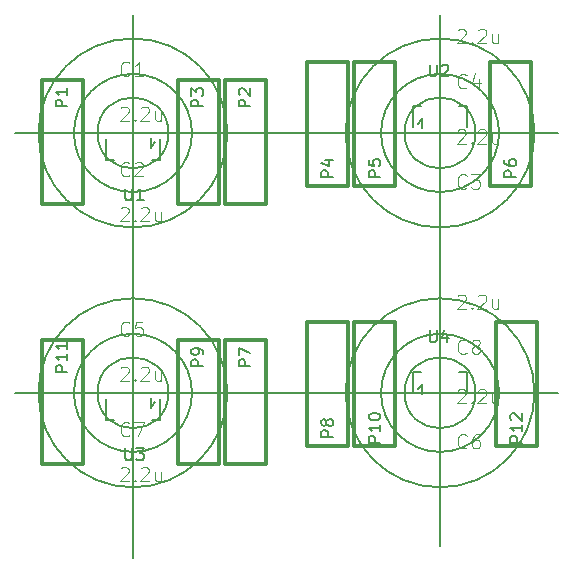
<source format=gbr>
G04 #@! TF.FileFunction,Legend,Top*
%FSLAX46Y46*%
G04 Gerber Fmt 4.6, Leading zero omitted, Abs format (unit mm)*
G04 Created by KiCad (PCBNEW 4.0.7) date 09/30/17 11:32:34*
%MOMM*%
%LPD*%
G01*
G04 APERTURE LIST*
%ADD10C,0.100000*%
%ADD11C,0.200000*%
%ADD12C,0.300000*%
%ADD13C,0.150000*%
%ADD14C,0.101600*%
G04 APERTURE END LIST*
D10*
D11*
X44000000Y-32000000D02*
G75*
G03X44000000Y-32000000I-8000000J0D01*
G01*
X41000000Y-32000000D02*
G75*
G03X41000000Y-32000000I-5000000J0D01*
G01*
X39000000Y-32000000D02*
G75*
G03X39000000Y-32000000I-3000000J0D01*
G01*
X18000000Y-32000000D02*
G75*
G03X18000000Y-32000000I-8000000J0D01*
G01*
X15000000Y-32000000D02*
G75*
G03X15000000Y-32000000I-5000000J0D01*
G01*
X13000000Y-32000000D02*
G75*
G03X13000000Y-32000000I-3000000J0D01*
G01*
X46000000Y-32000000D02*
X0Y-32000000D01*
X46000000Y-10000000D02*
X0Y-10000000D01*
X36000000Y-20000000D02*
X36000000Y-45000000D01*
X10000000Y-20000000D02*
X10000000Y-46000000D01*
X39000000Y-10000000D02*
G75*
G03X39000000Y-10000000I-3000000J0D01*
G01*
X13000000Y-10000000D02*
G75*
G03X13000000Y-10000000I-3000000J0D01*
G01*
X41000000Y-10000000D02*
G75*
G03X41000000Y-10000000I-5000000J0D01*
G01*
X15000000Y-10000000D02*
G75*
G03X15000000Y-10000000I-5000000J0D01*
G01*
X44000000Y-10000000D02*
G75*
G03X44000000Y-10000000I-8000000J0D01*
G01*
X18000000Y-10000000D02*
G75*
G03X18000000Y-10000000I-8000000J0D01*
G01*
X10000000Y0D02*
X10000000Y-20000000D01*
X36000000Y0D02*
X36000000Y-20000000D01*
D12*
X5800000Y-5500000D02*
X5800000Y-16000000D01*
X5800000Y-16000000D02*
X2300000Y-16000000D01*
X2300000Y-16000000D02*
X2300000Y-5500000D01*
X2300000Y-5500000D02*
X5800000Y-5500000D01*
X21300000Y-5500000D02*
X21300000Y-16000000D01*
X21300000Y-16000000D02*
X17800000Y-16000000D01*
X17800000Y-16000000D02*
X17800000Y-5500000D01*
X17800000Y-5500000D02*
X21300000Y-5500000D01*
X17300000Y-5500000D02*
X17300000Y-16000000D01*
X17300000Y-16000000D02*
X13800000Y-16000000D01*
X13800000Y-16000000D02*
X13800000Y-5500000D01*
X13800000Y-5500000D02*
X17300000Y-5500000D01*
D13*
X11899920Y-10799340D02*
X11651000Y-11099060D01*
X11651000Y-11099060D02*
X11549400Y-11248920D01*
X11549400Y-11248920D02*
X11549400Y-10400560D01*
X12250440Y-12300480D02*
X12250440Y-10499620D01*
X12250440Y-12300480D02*
X11600200Y-12300480D01*
X7749560Y-12300480D02*
X7749560Y-10499620D01*
X7749560Y-12300480D02*
X8399800Y-12300480D01*
D12*
X24700000Y-14500000D02*
X24700000Y-4000000D01*
X24700000Y-4000000D02*
X28200000Y-4000000D01*
X28200000Y-4000000D02*
X28200000Y-14500000D01*
X28200000Y-14500000D02*
X24700000Y-14500000D01*
X28700000Y-14500000D02*
X28700000Y-4000000D01*
X28700000Y-4000000D02*
X32200000Y-4000000D01*
X32200000Y-4000000D02*
X32200000Y-14500000D01*
X32200000Y-14500000D02*
X28700000Y-14500000D01*
X40200000Y-14500000D02*
X40200000Y-4000000D01*
X40200000Y-4000000D02*
X43700000Y-4000000D01*
X43700000Y-4000000D02*
X43700000Y-14500000D01*
X43700000Y-14500000D02*
X40200000Y-14500000D01*
D13*
X34100080Y-9200660D02*
X34349000Y-8900940D01*
X34349000Y-8900940D02*
X34450600Y-8751080D01*
X34450600Y-8751080D02*
X34450600Y-9599440D01*
X33749560Y-7699520D02*
X33749560Y-9500380D01*
X33749560Y-7699520D02*
X34399800Y-7699520D01*
X38250440Y-7699520D02*
X38250440Y-9500380D01*
X38250440Y-7699520D02*
X37600200Y-7699520D01*
D12*
X21300000Y-27500000D02*
X21300000Y-38000000D01*
X21300000Y-38000000D02*
X17800000Y-38000000D01*
X17800000Y-38000000D02*
X17800000Y-27500000D01*
X17800000Y-27500000D02*
X21300000Y-27500000D01*
X24700000Y-36500000D02*
X24700000Y-26000000D01*
X24700000Y-26000000D02*
X28200000Y-26000000D01*
X28200000Y-26000000D02*
X28200000Y-36500000D01*
X28200000Y-36500000D02*
X24700000Y-36500000D01*
X17300000Y-27500000D02*
X17300000Y-38000000D01*
X17300000Y-38000000D02*
X13800000Y-38000000D01*
X13800000Y-38000000D02*
X13800000Y-27500000D01*
X13800000Y-27500000D02*
X17300000Y-27500000D01*
X28700000Y-36500000D02*
X28700000Y-26000000D01*
X28700000Y-26000000D02*
X32200000Y-26000000D01*
X32200000Y-26000000D02*
X32200000Y-36500000D01*
X32200000Y-36500000D02*
X28700000Y-36500000D01*
X5800000Y-27500000D02*
X5800000Y-38000000D01*
X5800000Y-38000000D02*
X2300000Y-38000000D01*
X2300000Y-38000000D02*
X2300000Y-27500000D01*
X2300000Y-27500000D02*
X5800000Y-27500000D01*
X40700000Y-36500000D02*
X40700000Y-26000000D01*
X40700000Y-26000000D02*
X44200000Y-26000000D01*
X44200000Y-26000000D02*
X44200000Y-36500000D01*
X44200000Y-36500000D02*
X40700000Y-36500000D01*
D13*
X11899920Y-32799340D02*
X11651000Y-33099060D01*
X11651000Y-33099060D02*
X11549400Y-33248920D01*
X11549400Y-33248920D02*
X11549400Y-32400560D01*
X12250440Y-34300480D02*
X12250440Y-32499620D01*
X12250440Y-34300480D02*
X11600200Y-34300480D01*
X7749560Y-34300480D02*
X7749560Y-32499620D01*
X7749560Y-34300480D02*
X8399800Y-34300480D01*
X34100080Y-31700660D02*
X34349000Y-31400940D01*
X34349000Y-31400940D02*
X34450600Y-31251080D01*
X34450600Y-31251080D02*
X34450600Y-32099440D01*
X33749560Y-30199520D02*
X33749560Y-32000380D01*
X33749560Y-30199520D02*
X34399800Y-30199520D01*
X38250440Y-30199520D02*
X38250440Y-32000380D01*
X38250440Y-30199520D02*
X37600200Y-30199520D01*
D14*
X9706690Y-5057643D02*
X9649238Y-5115095D01*
X9476881Y-5172548D01*
X9361976Y-5172548D01*
X9189619Y-5115095D01*
X9074714Y-5000190D01*
X9017262Y-4885286D01*
X8959810Y-4655476D01*
X8959810Y-4483119D01*
X9017262Y-4253310D01*
X9074714Y-4138405D01*
X9189619Y-4023500D01*
X9361976Y-3966048D01*
X9476881Y-3966048D01*
X9649238Y-4023500D01*
X9706690Y-4080952D01*
X10855738Y-5172548D02*
X10166310Y-5172548D01*
X10511024Y-5172548D02*
X10511024Y-3966048D01*
X10396119Y-4138405D01*
X10281214Y-4253310D01*
X10166310Y-4310762D01*
X8959810Y-7890952D02*
X9017262Y-7833500D01*
X9132167Y-7776048D01*
X9419429Y-7776048D01*
X9534333Y-7833500D01*
X9591786Y-7890952D01*
X9649238Y-8005857D01*
X9649238Y-8120762D01*
X9591786Y-8293119D01*
X8902357Y-8982548D01*
X9649238Y-8982548D01*
X10166310Y-8867643D02*
X10223762Y-8925095D01*
X10166310Y-8982548D01*
X10108858Y-8925095D01*
X10166310Y-8867643D01*
X10166310Y-8982548D01*
X10683382Y-7890952D02*
X10740834Y-7833500D01*
X10855739Y-7776048D01*
X11143001Y-7776048D01*
X11257905Y-7833500D01*
X11315358Y-7890952D01*
X11372810Y-8005857D01*
X11372810Y-8120762D01*
X11315358Y-8293119D01*
X10625929Y-8982548D01*
X11372810Y-8982548D01*
X12406953Y-8178214D02*
X12406953Y-8982548D01*
X11889882Y-8178214D02*
X11889882Y-8810190D01*
X11947334Y-8925095D01*
X12062239Y-8982548D01*
X12234596Y-8982548D01*
X12349501Y-8925095D01*
X12406953Y-8867643D01*
X9706690Y-13557643D02*
X9649238Y-13615095D01*
X9476881Y-13672548D01*
X9361976Y-13672548D01*
X9189619Y-13615095D01*
X9074714Y-13500190D01*
X9017262Y-13385286D01*
X8959810Y-13155476D01*
X8959810Y-12983119D01*
X9017262Y-12753310D01*
X9074714Y-12638405D01*
X9189619Y-12523500D01*
X9361976Y-12466048D01*
X9476881Y-12466048D01*
X9649238Y-12523500D01*
X9706690Y-12580952D01*
X10166310Y-12580952D02*
X10223762Y-12523500D01*
X10338667Y-12466048D01*
X10625929Y-12466048D01*
X10740833Y-12523500D01*
X10798286Y-12580952D01*
X10855738Y-12695857D01*
X10855738Y-12810762D01*
X10798286Y-12983119D01*
X10108857Y-13672548D01*
X10855738Y-13672548D01*
X8959810Y-16390952D02*
X9017262Y-16333500D01*
X9132167Y-16276048D01*
X9419429Y-16276048D01*
X9534333Y-16333500D01*
X9591786Y-16390952D01*
X9649238Y-16505857D01*
X9649238Y-16620762D01*
X9591786Y-16793119D01*
X8902357Y-17482548D01*
X9649238Y-17482548D01*
X10166310Y-17367643D02*
X10223762Y-17425095D01*
X10166310Y-17482548D01*
X10108858Y-17425095D01*
X10166310Y-17367643D01*
X10166310Y-17482548D01*
X10683382Y-16390952D02*
X10740834Y-16333500D01*
X10855739Y-16276048D01*
X11143001Y-16276048D01*
X11257905Y-16333500D01*
X11315358Y-16390952D01*
X11372810Y-16505857D01*
X11372810Y-16620762D01*
X11315358Y-16793119D01*
X10625929Y-17482548D01*
X11372810Y-17482548D01*
X12406953Y-16678214D02*
X12406953Y-17482548D01*
X11889882Y-16678214D02*
X11889882Y-17310190D01*
X11947334Y-17425095D01*
X12062239Y-17482548D01*
X12234596Y-17482548D01*
X12349501Y-17425095D01*
X12406953Y-17367643D01*
D13*
X4452381Y-7738095D02*
X3452381Y-7738095D01*
X3452381Y-7357142D01*
X3500000Y-7261904D01*
X3547619Y-7214285D01*
X3642857Y-7166666D01*
X3785714Y-7166666D01*
X3880952Y-7214285D01*
X3928571Y-7261904D01*
X3976190Y-7357142D01*
X3976190Y-7738095D01*
X4452381Y-6214285D02*
X4452381Y-6785714D01*
X4452381Y-6500000D02*
X3452381Y-6500000D01*
X3595238Y-6595238D01*
X3690476Y-6690476D01*
X3738095Y-6785714D01*
X19952381Y-7738095D02*
X18952381Y-7738095D01*
X18952381Y-7357142D01*
X19000000Y-7261904D01*
X19047619Y-7214285D01*
X19142857Y-7166666D01*
X19285714Y-7166666D01*
X19380952Y-7214285D01*
X19428571Y-7261904D01*
X19476190Y-7357142D01*
X19476190Y-7738095D01*
X19047619Y-6785714D02*
X19000000Y-6738095D01*
X18952381Y-6642857D01*
X18952381Y-6404761D01*
X19000000Y-6309523D01*
X19047619Y-6261904D01*
X19142857Y-6214285D01*
X19238095Y-6214285D01*
X19380952Y-6261904D01*
X19952381Y-6833333D01*
X19952381Y-6214285D01*
X15952381Y-7738095D02*
X14952381Y-7738095D01*
X14952381Y-7357142D01*
X15000000Y-7261904D01*
X15047619Y-7214285D01*
X15142857Y-7166666D01*
X15285714Y-7166666D01*
X15380952Y-7214285D01*
X15428571Y-7261904D01*
X15476190Y-7357142D01*
X15476190Y-7738095D01*
X14952381Y-6833333D02*
X14952381Y-6214285D01*
X15333333Y-6547619D01*
X15333333Y-6404761D01*
X15380952Y-6309523D01*
X15428571Y-6261904D01*
X15523810Y-6214285D01*
X15761905Y-6214285D01*
X15857143Y-6261904D01*
X15904762Y-6309523D01*
X15952381Y-6404761D01*
X15952381Y-6690476D01*
X15904762Y-6785714D01*
X15857143Y-6833333D01*
X9337155Y-14701801D02*
X9337155Y-15511325D01*
X9384774Y-15606563D01*
X9432393Y-15654182D01*
X9527631Y-15701801D01*
X9718108Y-15701801D01*
X9813346Y-15654182D01*
X9860965Y-15606563D01*
X9908584Y-15511325D01*
X9908584Y-14701801D01*
X10908584Y-15701801D02*
X10337155Y-15701801D01*
X10622869Y-15701801D02*
X10622869Y-14701801D01*
X10527631Y-14844658D01*
X10432393Y-14939896D01*
X10337155Y-14987515D01*
D14*
X38246690Y-14597643D02*
X38189238Y-14655095D01*
X38016881Y-14712548D01*
X37901976Y-14712548D01*
X37729619Y-14655095D01*
X37614714Y-14540190D01*
X37557262Y-14425286D01*
X37499810Y-14195476D01*
X37499810Y-14023119D01*
X37557262Y-13793310D01*
X37614714Y-13678405D01*
X37729619Y-13563500D01*
X37901976Y-13506048D01*
X38016881Y-13506048D01*
X38189238Y-13563500D01*
X38246690Y-13620952D01*
X38648857Y-13506048D02*
X39395738Y-13506048D01*
X38993571Y-13965667D01*
X39165929Y-13965667D01*
X39280833Y-14023119D01*
X39338286Y-14080571D01*
X39395738Y-14195476D01*
X39395738Y-14482738D01*
X39338286Y-14597643D01*
X39280833Y-14655095D01*
X39165929Y-14712548D01*
X38821214Y-14712548D01*
X38706310Y-14655095D01*
X38648857Y-14597643D01*
X37499810Y-9810952D02*
X37557262Y-9753500D01*
X37672167Y-9696048D01*
X37959429Y-9696048D01*
X38074333Y-9753500D01*
X38131786Y-9810952D01*
X38189238Y-9925857D01*
X38189238Y-10040762D01*
X38131786Y-10213119D01*
X37442357Y-10902548D01*
X38189238Y-10902548D01*
X38706310Y-10787643D02*
X38763762Y-10845095D01*
X38706310Y-10902548D01*
X38648858Y-10845095D01*
X38706310Y-10787643D01*
X38706310Y-10902548D01*
X39223382Y-9810952D02*
X39280834Y-9753500D01*
X39395739Y-9696048D01*
X39683001Y-9696048D01*
X39797905Y-9753500D01*
X39855358Y-9810952D01*
X39912810Y-9925857D01*
X39912810Y-10040762D01*
X39855358Y-10213119D01*
X39165929Y-10902548D01*
X39912810Y-10902548D01*
X40946953Y-10098214D02*
X40946953Y-10902548D01*
X40429882Y-10098214D02*
X40429882Y-10730190D01*
X40487334Y-10845095D01*
X40602239Y-10902548D01*
X40774596Y-10902548D01*
X40889501Y-10845095D01*
X40946953Y-10787643D01*
X38246690Y-6097643D02*
X38189238Y-6155095D01*
X38016881Y-6212548D01*
X37901976Y-6212548D01*
X37729619Y-6155095D01*
X37614714Y-6040190D01*
X37557262Y-5925286D01*
X37499810Y-5695476D01*
X37499810Y-5523119D01*
X37557262Y-5293310D01*
X37614714Y-5178405D01*
X37729619Y-5063500D01*
X37901976Y-5006048D01*
X38016881Y-5006048D01*
X38189238Y-5063500D01*
X38246690Y-5120952D01*
X39280833Y-5408214D02*
X39280833Y-6212548D01*
X38993571Y-4948595D02*
X38706310Y-5810381D01*
X39453190Y-5810381D01*
X37499810Y-1310952D02*
X37557262Y-1253500D01*
X37672167Y-1196048D01*
X37959429Y-1196048D01*
X38074333Y-1253500D01*
X38131786Y-1310952D01*
X38189238Y-1425857D01*
X38189238Y-1540762D01*
X38131786Y-1713119D01*
X37442357Y-2402548D01*
X38189238Y-2402548D01*
X38706310Y-2287643D02*
X38763762Y-2345095D01*
X38706310Y-2402548D01*
X38648858Y-2345095D01*
X38706310Y-2287643D01*
X38706310Y-2402548D01*
X39223382Y-1310952D02*
X39280834Y-1253500D01*
X39395739Y-1196048D01*
X39683001Y-1196048D01*
X39797905Y-1253500D01*
X39855358Y-1310952D01*
X39912810Y-1425857D01*
X39912810Y-1540762D01*
X39855358Y-1713119D01*
X39165929Y-2402548D01*
X39912810Y-2402548D01*
X40946953Y-1598214D02*
X40946953Y-2402548D01*
X40429882Y-1598214D02*
X40429882Y-2230190D01*
X40487334Y-2345095D01*
X40602239Y-2402548D01*
X40774596Y-2402548D01*
X40889501Y-2345095D01*
X40946953Y-2287643D01*
D13*
X26952381Y-13738095D02*
X25952381Y-13738095D01*
X25952381Y-13357142D01*
X26000000Y-13261904D01*
X26047619Y-13214285D01*
X26142857Y-13166666D01*
X26285714Y-13166666D01*
X26380952Y-13214285D01*
X26428571Y-13261904D01*
X26476190Y-13357142D01*
X26476190Y-13738095D01*
X26285714Y-12309523D02*
X26952381Y-12309523D01*
X25904762Y-12547619D02*
X26619048Y-12785714D01*
X26619048Y-12166666D01*
X30952381Y-13738095D02*
X29952381Y-13738095D01*
X29952381Y-13357142D01*
X30000000Y-13261904D01*
X30047619Y-13214285D01*
X30142857Y-13166666D01*
X30285714Y-13166666D01*
X30380952Y-13214285D01*
X30428571Y-13261904D01*
X30476190Y-13357142D01*
X30476190Y-13738095D01*
X29952381Y-12261904D02*
X29952381Y-12738095D01*
X30428571Y-12785714D01*
X30380952Y-12738095D01*
X30333333Y-12642857D01*
X30333333Y-12404761D01*
X30380952Y-12309523D01*
X30428571Y-12261904D01*
X30523810Y-12214285D01*
X30761905Y-12214285D01*
X30857143Y-12261904D01*
X30904762Y-12309523D01*
X30952381Y-12404761D01*
X30952381Y-12642857D01*
X30904762Y-12738095D01*
X30857143Y-12785714D01*
X42452381Y-13738095D02*
X41452381Y-13738095D01*
X41452381Y-13357142D01*
X41500000Y-13261904D01*
X41547619Y-13214285D01*
X41642857Y-13166666D01*
X41785714Y-13166666D01*
X41880952Y-13214285D01*
X41928571Y-13261904D01*
X41976190Y-13357142D01*
X41976190Y-13738095D01*
X41452381Y-12309523D02*
X41452381Y-12500000D01*
X41500000Y-12595238D01*
X41547619Y-12642857D01*
X41690476Y-12738095D01*
X41880952Y-12785714D01*
X42261905Y-12785714D01*
X42357143Y-12738095D01*
X42404762Y-12690476D01*
X42452381Y-12595238D01*
X42452381Y-12404761D01*
X42404762Y-12309523D01*
X42357143Y-12261904D01*
X42261905Y-12214285D01*
X42023810Y-12214285D01*
X41928571Y-12261904D01*
X41880952Y-12309523D01*
X41833333Y-12404761D01*
X41833333Y-12595238D01*
X41880952Y-12690476D01*
X41928571Y-12738095D01*
X42023810Y-12785714D01*
X35139035Y-4202961D02*
X35139035Y-5012485D01*
X35186654Y-5107723D01*
X35234273Y-5155342D01*
X35329511Y-5202961D01*
X35519988Y-5202961D01*
X35615226Y-5155342D01*
X35662845Y-5107723D01*
X35710464Y-5012485D01*
X35710464Y-4202961D01*
X36139035Y-4298199D02*
X36186654Y-4250580D01*
X36281892Y-4202961D01*
X36519988Y-4202961D01*
X36615226Y-4250580D01*
X36662845Y-4298199D01*
X36710464Y-4393437D01*
X36710464Y-4488675D01*
X36662845Y-4631532D01*
X36091416Y-5202961D01*
X36710464Y-5202961D01*
D14*
X9706690Y-27057643D02*
X9649238Y-27115095D01*
X9476881Y-27172548D01*
X9361976Y-27172548D01*
X9189619Y-27115095D01*
X9074714Y-27000190D01*
X9017262Y-26885286D01*
X8959810Y-26655476D01*
X8959810Y-26483119D01*
X9017262Y-26253310D01*
X9074714Y-26138405D01*
X9189619Y-26023500D01*
X9361976Y-25966048D01*
X9476881Y-25966048D01*
X9649238Y-26023500D01*
X9706690Y-26080952D01*
X10798286Y-25966048D02*
X10223762Y-25966048D01*
X10166310Y-26540571D01*
X10223762Y-26483119D01*
X10338667Y-26425667D01*
X10625929Y-26425667D01*
X10740833Y-26483119D01*
X10798286Y-26540571D01*
X10855738Y-26655476D01*
X10855738Y-26942738D01*
X10798286Y-27057643D01*
X10740833Y-27115095D01*
X10625929Y-27172548D01*
X10338667Y-27172548D01*
X10223762Y-27115095D01*
X10166310Y-27057643D01*
X8959810Y-29890952D02*
X9017262Y-29833500D01*
X9132167Y-29776048D01*
X9419429Y-29776048D01*
X9534333Y-29833500D01*
X9591786Y-29890952D01*
X9649238Y-30005857D01*
X9649238Y-30120762D01*
X9591786Y-30293119D01*
X8902357Y-30982548D01*
X9649238Y-30982548D01*
X10166310Y-30867643D02*
X10223762Y-30925095D01*
X10166310Y-30982548D01*
X10108858Y-30925095D01*
X10166310Y-30867643D01*
X10166310Y-30982548D01*
X10683382Y-29890952D02*
X10740834Y-29833500D01*
X10855739Y-29776048D01*
X11143001Y-29776048D01*
X11257905Y-29833500D01*
X11315358Y-29890952D01*
X11372810Y-30005857D01*
X11372810Y-30120762D01*
X11315358Y-30293119D01*
X10625929Y-30982548D01*
X11372810Y-30982548D01*
X12406953Y-30178214D02*
X12406953Y-30982548D01*
X11889882Y-30178214D02*
X11889882Y-30810190D01*
X11947334Y-30925095D01*
X12062239Y-30982548D01*
X12234596Y-30982548D01*
X12349501Y-30925095D01*
X12406953Y-30867643D01*
X38246690Y-36597643D02*
X38189238Y-36655095D01*
X38016881Y-36712548D01*
X37901976Y-36712548D01*
X37729619Y-36655095D01*
X37614714Y-36540190D01*
X37557262Y-36425286D01*
X37499810Y-36195476D01*
X37499810Y-36023119D01*
X37557262Y-35793310D01*
X37614714Y-35678405D01*
X37729619Y-35563500D01*
X37901976Y-35506048D01*
X38016881Y-35506048D01*
X38189238Y-35563500D01*
X38246690Y-35620952D01*
X39280833Y-35506048D02*
X39051024Y-35506048D01*
X38936119Y-35563500D01*
X38878667Y-35620952D01*
X38763762Y-35793310D01*
X38706310Y-36023119D01*
X38706310Y-36482738D01*
X38763762Y-36597643D01*
X38821214Y-36655095D01*
X38936119Y-36712548D01*
X39165929Y-36712548D01*
X39280833Y-36655095D01*
X39338286Y-36597643D01*
X39395738Y-36482738D01*
X39395738Y-36195476D01*
X39338286Y-36080571D01*
X39280833Y-36023119D01*
X39165929Y-35965667D01*
X38936119Y-35965667D01*
X38821214Y-36023119D01*
X38763762Y-36080571D01*
X38706310Y-36195476D01*
X37499810Y-31810952D02*
X37557262Y-31753500D01*
X37672167Y-31696048D01*
X37959429Y-31696048D01*
X38074333Y-31753500D01*
X38131786Y-31810952D01*
X38189238Y-31925857D01*
X38189238Y-32040762D01*
X38131786Y-32213119D01*
X37442357Y-32902548D01*
X38189238Y-32902548D01*
X38706310Y-32787643D02*
X38763762Y-32845095D01*
X38706310Y-32902548D01*
X38648858Y-32845095D01*
X38706310Y-32787643D01*
X38706310Y-32902548D01*
X39223382Y-31810952D02*
X39280834Y-31753500D01*
X39395739Y-31696048D01*
X39683001Y-31696048D01*
X39797905Y-31753500D01*
X39855358Y-31810952D01*
X39912810Y-31925857D01*
X39912810Y-32040762D01*
X39855358Y-32213119D01*
X39165929Y-32902548D01*
X39912810Y-32902548D01*
X40946953Y-32098214D02*
X40946953Y-32902548D01*
X40429882Y-32098214D02*
X40429882Y-32730190D01*
X40487334Y-32845095D01*
X40602239Y-32902548D01*
X40774596Y-32902548D01*
X40889501Y-32845095D01*
X40946953Y-32787643D01*
X9706690Y-35557643D02*
X9649238Y-35615095D01*
X9476881Y-35672548D01*
X9361976Y-35672548D01*
X9189619Y-35615095D01*
X9074714Y-35500190D01*
X9017262Y-35385286D01*
X8959810Y-35155476D01*
X8959810Y-34983119D01*
X9017262Y-34753310D01*
X9074714Y-34638405D01*
X9189619Y-34523500D01*
X9361976Y-34466048D01*
X9476881Y-34466048D01*
X9649238Y-34523500D01*
X9706690Y-34580952D01*
X10108857Y-34466048D02*
X10913190Y-34466048D01*
X10396119Y-35672548D01*
X8959810Y-38390952D02*
X9017262Y-38333500D01*
X9132167Y-38276048D01*
X9419429Y-38276048D01*
X9534333Y-38333500D01*
X9591786Y-38390952D01*
X9649238Y-38505857D01*
X9649238Y-38620762D01*
X9591786Y-38793119D01*
X8902357Y-39482548D01*
X9649238Y-39482548D01*
X10166310Y-39367643D02*
X10223762Y-39425095D01*
X10166310Y-39482548D01*
X10108858Y-39425095D01*
X10166310Y-39367643D01*
X10166310Y-39482548D01*
X10683382Y-38390952D02*
X10740834Y-38333500D01*
X10855739Y-38276048D01*
X11143001Y-38276048D01*
X11257905Y-38333500D01*
X11315358Y-38390952D01*
X11372810Y-38505857D01*
X11372810Y-38620762D01*
X11315358Y-38793119D01*
X10625929Y-39482548D01*
X11372810Y-39482548D01*
X12406953Y-38678214D02*
X12406953Y-39482548D01*
X11889882Y-38678214D02*
X11889882Y-39310190D01*
X11947334Y-39425095D01*
X12062239Y-39482548D01*
X12234596Y-39482548D01*
X12349501Y-39425095D01*
X12406953Y-39367643D01*
X38246690Y-28597643D02*
X38189238Y-28655095D01*
X38016881Y-28712548D01*
X37901976Y-28712548D01*
X37729619Y-28655095D01*
X37614714Y-28540190D01*
X37557262Y-28425286D01*
X37499810Y-28195476D01*
X37499810Y-28023119D01*
X37557262Y-27793310D01*
X37614714Y-27678405D01*
X37729619Y-27563500D01*
X37901976Y-27506048D01*
X38016881Y-27506048D01*
X38189238Y-27563500D01*
X38246690Y-27620952D01*
X38936119Y-28023119D02*
X38821214Y-27965667D01*
X38763762Y-27908214D01*
X38706310Y-27793310D01*
X38706310Y-27735857D01*
X38763762Y-27620952D01*
X38821214Y-27563500D01*
X38936119Y-27506048D01*
X39165929Y-27506048D01*
X39280833Y-27563500D01*
X39338286Y-27620952D01*
X39395738Y-27735857D01*
X39395738Y-27793310D01*
X39338286Y-27908214D01*
X39280833Y-27965667D01*
X39165929Y-28023119D01*
X38936119Y-28023119D01*
X38821214Y-28080571D01*
X38763762Y-28138024D01*
X38706310Y-28252929D01*
X38706310Y-28482738D01*
X38763762Y-28597643D01*
X38821214Y-28655095D01*
X38936119Y-28712548D01*
X39165929Y-28712548D01*
X39280833Y-28655095D01*
X39338286Y-28597643D01*
X39395738Y-28482738D01*
X39395738Y-28252929D01*
X39338286Y-28138024D01*
X39280833Y-28080571D01*
X39165929Y-28023119D01*
X37499810Y-23810952D02*
X37557262Y-23753500D01*
X37672167Y-23696048D01*
X37959429Y-23696048D01*
X38074333Y-23753500D01*
X38131786Y-23810952D01*
X38189238Y-23925857D01*
X38189238Y-24040762D01*
X38131786Y-24213119D01*
X37442357Y-24902548D01*
X38189238Y-24902548D01*
X38706310Y-24787643D02*
X38763762Y-24845095D01*
X38706310Y-24902548D01*
X38648858Y-24845095D01*
X38706310Y-24787643D01*
X38706310Y-24902548D01*
X39223382Y-23810952D02*
X39280834Y-23753500D01*
X39395739Y-23696048D01*
X39683001Y-23696048D01*
X39797905Y-23753500D01*
X39855358Y-23810952D01*
X39912810Y-23925857D01*
X39912810Y-24040762D01*
X39855358Y-24213119D01*
X39165929Y-24902548D01*
X39912810Y-24902548D01*
X40946953Y-24098214D02*
X40946953Y-24902548D01*
X40429882Y-24098214D02*
X40429882Y-24730190D01*
X40487334Y-24845095D01*
X40602239Y-24902548D01*
X40774596Y-24902548D01*
X40889501Y-24845095D01*
X40946953Y-24787643D01*
D13*
X19952381Y-29738095D02*
X18952381Y-29738095D01*
X18952381Y-29357142D01*
X19000000Y-29261904D01*
X19047619Y-29214285D01*
X19142857Y-29166666D01*
X19285714Y-29166666D01*
X19380952Y-29214285D01*
X19428571Y-29261904D01*
X19476190Y-29357142D01*
X19476190Y-29738095D01*
X18952381Y-28833333D02*
X18952381Y-28166666D01*
X19952381Y-28595238D01*
X26952381Y-35738095D02*
X25952381Y-35738095D01*
X25952381Y-35357142D01*
X26000000Y-35261904D01*
X26047619Y-35214285D01*
X26142857Y-35166666D01*
X26285714Y-35166666D01*
X26380952Y-35214285D01*
X26428571Y-35261904D01*
X26476190Y-35357142D01*
X26476190Y-35738095D01*
X26380952Y-34595238D02*
X26333333Y-34690476D01*
X26285714Y-34738095D01*
X26190476Y-34785714D01*
X26142857Y-34785714D01*
X26047619Y-34738095D01*
X26000000Y-34690476D01*
X25952381Y-34595238D01*
X25952381Y-34404761D01*
X26000000Y-34309523D01*
X26047619Y-34261904D01*
X26142857Y-34214285D01*
X26190476Y-34214285D01*
X26285714Y-34261904D01*
X26333333Y-34309523D01*
X26380952Y-34404761D01*
X26380952Y-34595238D01*
X26428571Y-34690476D01*
X26476190Y-34738095D01*
X26571429Y-34785714D01*
X26761905Y-34785714D01*
X26857143Y-34738095D01*
X26904762Y-34690476D01*
X26952381Y-34595238D01*
X26952381Y-34404761D01*
X26904762Y-34309523D01*
X26857143Y-34261904D01*
X26761905Y-34214285D01*
X26571429Y-34214285D01*
X26476190Y-34261904D01*
X26428571Y-34309523D01*
X26380952Y-34404761D01*
X15952381Y-29738095D02*
X14952381Y-29738095D01*
X14952381Y-29357142D01*
X15000000Y-29261904D01*
X15047619Y-29214285D01*
X15142857Y-29166666D01*
X15285714Y-29166666D01*
X15380952Y-29214285D01*
X15428571Y-29261904D01*
X15476190Y-29357142D01*
X15476190Y-29738095D01*
X15952381Y-28690476D02*
X15952381Y-28500000D01*
X15904762Y-28404761D01*
X15857143Y-28357142D01*
X15714286Y-28261904D01*
X15523810Y-28214285D01*
X15142857Y-28214285D01*
X15047619Y-28261904D01*
X15000000Y-28309523D01*
X14952381Y-28404761D01*
X14952381Y-28595238D01*
X15000000Y-28690476D01*
X15047619Y-28738095D01*
X15142857Y-28785714D01*
X15380952Y-28785714D01*
X15476190Y-28738095D01*
X15523810Y-28690476D01*
X15571429Y-28595238D01*
X15571429Y-28404761D01*
X15523810Y-28309523D01*
X15476190Y-28261904D01*
X15380952Y-28214285D01*
X30952381Y-36214286D02*
X29952381Y-36214286D01*
X29952381Y-35833333D01*
X30000000Y-35738095D01*
X30047619Y-35690476D01*
X30142857Y-35642857D01*
X30285714Y-35642857D01*
X30380952Y-35690476D01*
X30428571Y-35738095D01*
X30476190Y-35833333D01*
X30476190Y-36214286D01*
X30952381Y-34690476D02*
X30952381Y-35261905D01*
X30952381Y-34976191D02*
X29952381Y-34976191D01*
X30095238Y-35071429D01*
X30190476Y-35166667D01*
X30238095Y-35261905D01*
X29952381Y-34071429D02*
X29952381Y-33976190D01*
X30000000Y-33880952D01*
X30047619Y-33833333D01*
X30142857Y-33785714D01*
X30333333Y-33738095D01*
X30571429Y-33738095D01*
X30761905Y-33785714D01*
X30857143Y-33833333D01*
X30904762Y-33880952D01*
X30952381Y-33976190D01*
X30952381Y-34071429D01*
X30904762Y-34166667D01*
X30857143Y-34214286D01*
X30761905Y-34261905D01*
X30571429Y-34309524D01*
X30333333Y-34309524D01*
X30142857Y-34261905D01*
X30047619Y-34214286D01*
X30000000Y-34166667D01*
X29952381Y-34071429D01*
X4452381Y-30214286D02*
X3452381Y-30214286D01*
X3452381Y-29833333D01*
X3500000Y-29738095D01*
X3547619Y-29690476D01*
X3642857Y-29642857D01*
X3785714Y-29642857D01*
X3880952Y-29690476D01*
X3928571Y-29738095D01*
X3976190Y-29833333D01*
X3976190Y-30214286D01*
X4452381Y-28690476D02*
X4452381Y-29261905D01*
X4452381Y-28976191D02*
X3452381Y-28976191D01*
X3595238Y-29071429D01*
X3690476Y-29166667D01*
X3738095Y-29261905D01*
X4452381Y-27738095D02*
X4452381Y-28309524D01*
X4452381Y-28023810D02*
X3452381Y-28023810D01*
X3595238Y-28119048D01*
X3690476Y-28214286D01*
X3738095Y-28309524D01*
X42952381Y-36214286D02*
X41952381Y-36214286D01*
X41952381Y-35833333D01*
X42000000Y-35738095D01*
X42047619Y-35690476D01*
X42142857Y-35642857D01*
X42285714Y-35642857D01*
X42380952Y-35690476D01*
X42428571Y-35738095D01*
X42476190Y-35833333D01*
X42476190Y-36214286D01*
X42952381Y-34690476D02*
X42952381Y-35261905D01*
X42952381Y-34976191D02*
X41952381Y-34976191D01*
X42095238Y-35071429D01*
X42190476Y-35166667D01*
X42238095Y-35261905D01*
X42047619Y-34309524D02*
X42000000Y-34261905D01*
X41952381Y-34166667D01*
X41952381Y-33928571D01*
X42000000Y-33833333D01*
X42047619Y-33785714D01*
X42142857Y-33738095D01*
X42238095Y-33738095D01*
X42380952Y-33785714D01*
X42952381Y-34357143D01*
X42952381Y-33738095D01*
X9337155Y-36701801D02*
X9337155Y-37511325D01*
X9384774Y-37606563D01*
X9432393Y-37654182D01*
X9527631Y-37701801D01*
X9718108Y-37701801D01*
X9813346Y-37654182D01*
X9860965Y-37606563D01*
X9908584Y-37511325D01*
X9908584Y-36701801D01*
X10289536Y-36701801D02*
X10908584Y-36701801D01*
X10575250Y-37082753D01*
X10718108Y-37082753D01*
X10813346Y-37130372D01*
X10860965Y-37177991D01*
X10908584Y-37273230D01*
X10908584Y-37511325D01*
X10860965Y-37606563D01*
X10813346Y-37654182D01*
X10718108Y-37701801D01*
X10432393Y-37701801D01*
X10337155Y-37654182D01*
X10289536Y-37606563D01*
X35139035Y-26702961D02*
X35139035Y-27512485D01*
X35186654Y-27607723D01*
X35234273Y-27655342D01*
X35329511Y-27702961D01*
X35519988Y-27702961D01*
X35615226Y-27655342D01*
X35662845Y-27607723D01*
X35710464Y-27512485D01*
X35710464Y-26702961D01*
X36615226Y-27036294D02*
X36615226Y-27702961D01*
X36377130Y-26655342D02*
X36139035Y-27369628D01*
X36758083Y-27369628D01*
M02*

</source>
